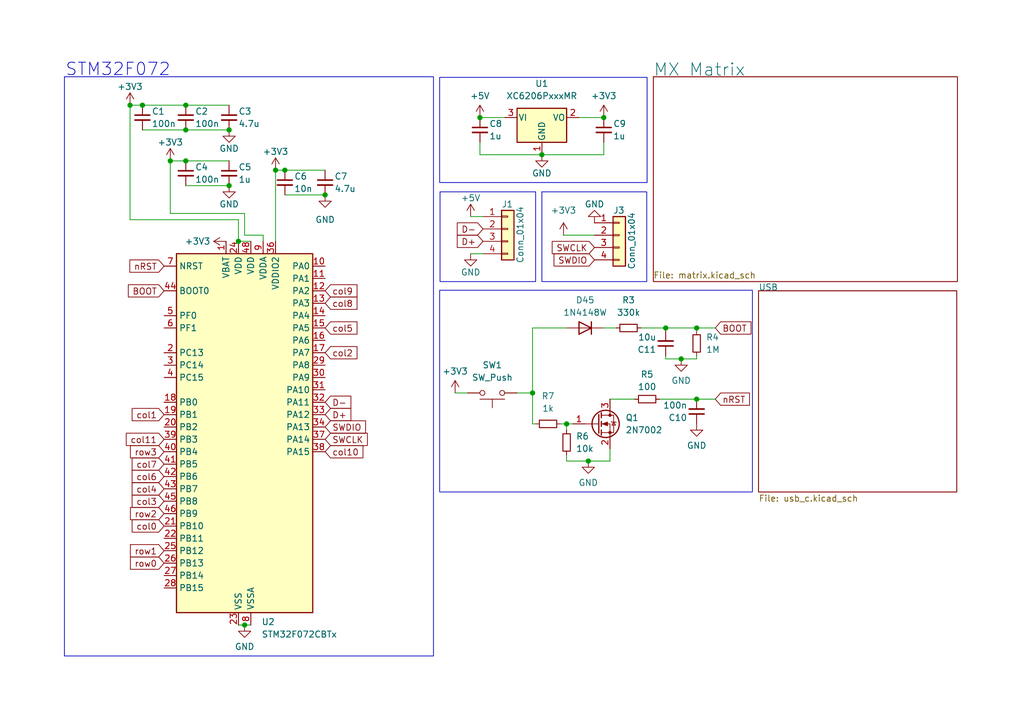
<source format=kicad_sch>
(kicad_sch (version 20231120) (generator "eeschema") (generator_version "8.0")
  (paper "A5")
  (lib_symbols
    (symbol "+3V3_1" (power) (pin_numbers hide) (pin_names (offset 0) hide)
      (property "Value" "+3V3" (at 0 3.556 0))
      (symbol "+3V3_1_0_1"
        (polyline (pts (xy -0.762 1.27) (xy 0 2.54)))
        (polyline (pts (xy 0 0) (xy 0 2.54)))
        (polyline (pts (xy 0 2.54) (xy 0.762 1.27)))
      )
      (symbol "+3V3_1_1_1"
        (pin power_in line (at 0 0 90) (length 0) (name "~") (number "1"))
      )
    )
    (symbol "Device:C_Small" (pin_numbers hide) (pin_names (offset 0.254) hide)
      (property "Reference" "C" (at 0.254 1.778 0))
      (property "Value" "C_Small" (at 0.254 -2.032 0))
      (symbol "C_Small_0_1"
        (polyline (pts (xy -1.524 -0.508) (xy 1.524 -0.508)) (stroke (width 0.3302)))
        (polyline (pts (xy -1.524 0.508) (xy 1.524 0.508)) (stroke (width 0.3048)))
      )
      (symbol "C_Small_1_1"
        (pin passive line (at 0 2.54 270) (length 2.032) (name "~") (number "1"))
        (pin passive line (at 0 -2.54 90) (length 2.032) (name "~") (number "2"))
      )
    )
    (symbol "Device:R_Small" (pin_numbers hide) (pin_names (offset 0.254) hide)
      (property "Reference" "R" (at 0.762 0.508 0))
      (property "Value" "R_Small" (at 0.762 -1.016 0))
      (symbol "R_Small_0_1"
        (rectangle (start -0.762 1.778) (end 0.762 -1.778) (stroke (width 0.2032)))
      )
      (symbol "R_Small_1_1"
        (pin passive line (at 0 2.54 270) (length 0.762) (name "~") (number "1"))
        (pin passive line (at 0 -2.54 90) (length 0.762) (name "~") (number "2"))
      )
    )
    (symbol "Diode:1N4148W" (pin_numbers hide) (pin_names hide)
      (property "Reference" "D" (at 0 2.54 0))
      (property "Value" "1N4148W" (at 0 -2.54 0))
      (symbol "1N4148W_0_1"
        (polyline (pts (xy -1.27 1.27) (xy -1.27 -1.27)) (stroke (width 0.254)))
        (polyline (pts (xy 1.27 0) (xy -1.27 0)))
        (polyline (pts (xy 1.27 1.27) (xy 1.27 -1.27) (xy -1.27 0) (xy 1.27 1.27)) (stroke (width 0.254)))
      )
      (symbol "1N4148W_1_1"
        (pin passive line (at -3.81 0 0) (length 2.54) (name "K") (number "1"))
        (pin passive line (at 3.81 0 180) (length 2.54) (name "A") (number "2"))
      )
    )
    (symbol "GND_1" (power) (pin_numbers hide) (pin_names (offset 0) hide)
      (property "Value" "GND" (at 0 -3.81 0))
      (symbol "GND_1_0_1"
        (polyline (pts (xy 0 0) (xy 0 -1.27) (xy 1.27 -1.27) (xy 0 -2.54) (xy -1.27 -1.27) (xy 0 -1.27)))
      )
      (symbol "GND_1_1_1"
        (pin power_in line (at 0 0 270) (length 0) (name "~") (number "1"))
      )
    )
    (symbol "MCU_ST_STM32F0:STM32F072CBTx"
      (property "Reference" "U" (at -12.7 39.37 0))
      (property "Value" "STM32F072CBTx" (at 10.16 39.37 0))
      (symbol "STM32F072CBTx_0_1"
        (rectangle (start -12.7 -35.56) (end 15.24 38.1) (stroke (width 0.254)) (fill (type background)))
      )
      (symbol "STM32F072CBTx_1_1"
        (pin power_in line (at -2.54 40.64 270) (length 2.54) (name "VBAT") (number "1"))
        (pin bidirectional line (at 17.78 35.56 180) (length 2.54) (name "PA0") (number "10"))
        (pin bidirectional line (at 17.78 33.02 180) (length 2.54) (name "PA1") (number "11"))
        (pin bidirectional line (at 17.78 30.48 180) (length 2.54) (name "PA2") (number "12"))
        (pin bidirectional line (at 17.78 27.94 180) (length 2.54) (name "PA3") (number "13"))
        (pin bidirectional line (at 17.78 25.4 180) (length 2.54) (name "PA4") (number "14"))
        (pin bidirectional line (at 17.78 22.86 180) (length 2.54) (name "PA5") (number "15"))
        (pin bidirectional line (at 17.78 20.32 180) (length 2.54) (name "PA6") (number "16"))
        (pin bidirectional line (at 17.78 17.78 180) (length 2.54) (name "PA7") (number "17"))
        (pin bidirectional line (at -15.24 7.62 0) (length 2.54) (name "PB0") (number "18"))
        (pin bidirectional line (at -15.24 5.08 0) (length 2.54) (name "PB1") (number "19"))
        (pin bidirectional line (at -15.24 17.78 0) (length 2.54) (name "PC13") (number "2"))
        (pin bidirectional line (at -15.24 2.54 0) (length 2.54) (name "PB2") (number "20"))
        (pin bidirectional line (at -15.24 -17.78 0) (length 2.54) (name "PB10") (number "21"))
        (pin bidirectional line (at -15.24 -20.32 0) (length 2.54) (name "PB11") (number "22"))
        (pin power_in line (at 0 -38.1 90) (length 2.54) (name "VSS") (number "23"))
        (pin power_in line (at 0 40.64 270) (length 2.54) (name "VDD") (number "24"))
        (pin bidirectional line (at -15.24 -22.86 0) (length 2.54) (name "PB12") (number "25"))
        (pin bidirectional line (at -15.24 -25.4 0) (length 2.54) (name "PB13") (number "26"))
        (pin bidirectional line (at -15.24 -27.94 0) (length 2.54) (name "PB14") (number "27"))
        (pin bidirectional line (at -15.24 -30.48 0) (length 2.54) (name "PB15") (number "28"))
        (pin bidirectional line (at 17.78 15.24 180) (length 2.54) (name "PA8") (number "29"))
        (pin bidirectional line (at -15.24 15.24 0) (length 2.54) (name "PC14") (number "3"))
        (pin bidirectional line (at 17.78 12.7 180) (length 2.54) (name "PA9") (number "30"))
        (pin bidirectional line (at 17.78 10.16 180) (length 2.54) (name "PA10") (number "31"))
        (pin bidirectional line (at 17.78 7.62 180) (length 2.54) (name "PA11") (number "32"))
        (pin bidirectional line (at 17.78 5.08 180) (length 2.54) (name "PA12") (number "33"))
        (pin bidirectional line (at 17.78 2.54 180) (length 2.54) (name "PA13") (number "34"))
        (pin passive line (at 0 -38.1 90) (length 2.54) hide (name "VSS") (number "35"))
        (pin power_in line (at 7.62 40.64 270) (length 2.54) (name "VDDIO2") (number "36"))
        (pin bidirectional line (at 17.78 0 180) (length 2.54) (name "PA14") (number "37"))
        (pin bidirectional line (at 17.78 -2.54 180) (length 2.54) (name "PA15") (number "38"))
        (pin bidirectional line (at -15.24 0 0) (length 2.54) (name "PB3") (number "39"))
        (pin bidirectional line (at -15.24 12.7 0) (length 2.54) (name "PC15") (number "4"))
        (pin bidirectional line (at -15.24 -2.54 0) (length 2.54) (name "PB4") (number "40"))
        (pin bidirectional line (at -15.24 -5.08 0) (length 2.54) (name "PB5") (number "41"))
        (pin bidirectional line (at -15.24 -7.62 0) (length 2.54) (name "PB6") (number "42"))
        (pin bidirectional line (at -15.24 -10.16 0) (length 2.54) (name "PB7") (number "43"))
        (pin input line (at -15.24 30.48 0) (length 2.54) (name "BOOT0") (number "44"))
        (pin bidirectional line (at -15.24 -12.7 0) (length 2.54) (name "PB8") (number "45"))
        (pin bidirectional line (at -15.24 -15.24 0) (length 2.54) (name "PB9") (number "46"))
        (pin passive line (at 0 -38.1 90) (length 2.54) hide (name "VSS") (number "47"))
        (pin power_in line (at 2.54 40.64 270) (length 2.54) (name "VDD") (number "48"))
        (pin bidirectional line (at -15.24 25.4 0) (length 2.54) (name "PF0") (number "5"))
        (pin bidirectional line (at -15.24 22.86 0) (length 2.54) (name "PF1") (number "6"))
        (pin input line (at -15.24 35.56 0) (length 2.54) (name "NRST") (number "7"))
        (pin power_in line (at 2.54 -38.1 90) (length 2.54) (name "VSSA") (number "8"))
        (pin power_in line (at 5.08 40.64 270) (length 2.54) (name "VDDA") (number "9"))
      )
    )
    (symbol "Regulator_Linear:XC6206PxxxMR" (pin_names (offset 0.254))
      (property "Reference" "U" (at -3.81 3.175 0))
      (property "Value" "XC6206PxxxMR" (at 0 3.175 0))
      (symbol "XC6206PxxxMR_0_1"
        (rectangle (start -5.08 1.905) (end 5.08 -5.08) (stroke (width 0.254)) (fill (type background)))
      )
      (symbol "XC6206PxxxMR_1_1"
        (pin power_in line (at 0 -7.62 90) (length 2.54) (name "GND") (number "1"))
        (pin power_out line (at 7.62 0 180) (length 2.54) (name "VO") (number "2"))
        (pin power_in line (at -7.62 0 0) (length 2.54) (name "VI") (number "3"))
      )
    )
    (symbol "Switch:SW_Push" (pin_numbers hide) (pin_names (offset 1.016) hide)
      (property "Reference" "SW" (at 1.27 2.54 0))
      (property "Value" "SW_Push" (at 0 -1.524 0))
      (symbol "SW_Push_0_1"
        (circle (center -2.032 0) (radius 0.508))
        (polyline (pts (xy 0 1.27) (xy 0 3.048)))
        (polyline (pts (xy 2.54 1.27) (xy -2.54 1.27)))
        (circle (center 2.032 0) (radius 0.508))
        (pin passive line (at -5.08 0 0) (length 2.54) (name "1") (number "1"))
        (pin passive line (at 5.08 0 180) (length 2.54) (name "2") (number "2"))
      )
    )
    (symbol "Transistor_FET:2N7002" (pin_names hide)
      (property "Reference" "Q" (at 5.08 1.905 0))
      (property "Value" "2N7002" (at 5.08 0 0))
      (symbol "2N7002_0_1"
        (polyline (pts (xy 0.254 0) (xy -2.54 0)))
        (polyline (pts (xy 0.254 1.905) (xy 0.254 -1.905)) (stroke (width 0.254)))
        (polyline (pts (xy 0.762 -1.27) (xy 0.762 -2.286)) (stroke (width 0.254)))
        (polyline (pts (xy 0.762 0.508) (xy 0.762 -0.508)) (stroke (width 0.254)))
        (polyline (pts (xy 0.762 2.286) (xy 0.762 1.27)) (stroke (width 0.254)))
        (polyline (pts (xy 2.54 2.54) (xy 2.54 1.778)))
        (polyline (pts (xy 2.54 -2.54) (xy 2.54 0) (xy 0.762 0)))
        (polyline (pts (xy 0.762 -1.778) (xy 3.302 -1.778) (xy 3.302 1.778) (xy 0.762 1.778)))
        (polyline (pts (xy 1.016 0) (xy 2.032 0.381) (xy 2.032 -0.381) (xy 1.016 0)) (fill (type outline)))
        (polyline (pts (xy 2.794 0.508) (xy 2.921 0.381) (xy 3.683 0.381) (xy 3.81 0.254)))
        (polyline (pts (xy 3.302 0.381) (xy 2.921 -0.254) (xy 3.683 -0.254) (xy 3.302 0.381)))
        (circle (center 1.651 0) (radius 2.794) (stroke (width 0.254)))
        (circle (center 2.54 -1.778) (radius 0.254) (fill (type outline)))
        (circle (center 2.54 1.778) (radius 0.254) (fill (type outline)))
      )
      (symbol "2N7002_1_1"
        (pin input line (at -5.08 0 0) (length 2.54) (name "G") (number "1"))
        (pin passive line (at 2.54 -5.08 90) (length 2.54) (name "S") (number "2"))
        (pin passive line (at 2.54 5.08 270) (length 2.54) (name "D") (number "3"))
      )
    )
    (symbol "ark40:Conn_01x04" (pin_names (offset 1.016) hide)
      (property "Reference" "J" (at 0 5.08 0))
      (property "Value" "Conn_01x04" (at 0 -7.62 0))
      (symbol "Conn_01x04_1_1"
        (rectangle (start -1.27 -4.953) (end 0 -5.207) (stroke (width 0.1524)))
        (rectangle (start -1.27 -2.413) (end 0 -2.667) (stroke (width 0.1524)))
        (rectangle (start -1.27 0.127) (end 0 -0.127) (stroke (width 0.1524)))
        (rectangle (start -1.27 2.667) (end 0 2.413) (stroke (width 0.1524)))
        (rectangle (start -1.27 3.81) (end 1.27 -6.35) (stroke (width 0.254)) (fill (type background)))
        (pin passive line (at -5.08 2.54 0) (length 3.81) (name "Pin_1") (number "1"))
        (pin passive line (at -5.08 0 0) (length 3.81) (name "Pin_2") (number "2"))
        (pin passive line (at -5.08 -2.54 0) (length 3.81) (name "Pin_3") (number "3"))
        (pin passive line (at -5.08 -5.08 0) (length 3.81) (name "Pin_4") (number "4"))
      )
    )
    (symbol "power:+3V3" (power) (pin_names (offset 0))
      (property "Value" "+3V3" (at 0 3.556 0))
      (symbol "+3V3_0_1"
        (polyline (pts (xy -0.762 1.27) (xy 0 2.54)))
        (polyline (pts (xy 0 0) (xy 0 2.54)))
        (polyline (pts (xy 0 2.54) (xy 0.762 1.27)))
      )
      (symbol "+3V3_1_1"
        (pin power_in line (at 0 0 90) (length 0) hide (name "+3V3") (number "1"))
      )
    )
    (symbol "power:+5V" (power) (pin_names (offset 0))
      (property "Value" "+5V" (at 0 3.556 0))
      (symbol "+5V_0_1"
        (polyline (pts (xy -0.762 1.27) (xy 0 2.54)))
        (polyline (pts (xy 0 0) (xy 0 2.54)))
        (polyline (pts (xy 0 2.54) (xy 0.762 1.27)))
      )
      (symbol "+5V_1_1"
        (pin power_in line (at 0 0 90) (length 0) hide (name "+5V") (number "1"))
      )
    )
    (symbol "power:GND" (power) (pin_names (offset 0))
      (property "Value" "GND" (at 0 -3.81 0))
      (symbol "GND_0_1"
        (polyline (pts (xy 0 0) (xy 0 -1.27) (xy 1.27 -1.27) (xy 0 -2.54) (xy -1.27 -1.27) (xy 0 -1.27)))
      )
      (symbol "GND_1_1"
        (pin power_in line (at 0 0 270) (length 0) hide (name "GND") (number "1"))
      )
    )
  )
  (junction (at 58.42 34.925))
  (junction (at 142.875 67.31))
  (junction (at 34.925 33.02))
  (junction (at 109.22 80.645))
  (junction (at 46.99 26.67))
  (junction (at 116.205 86.995))
  (junction (at 142.875 81.915))
  (junction (at 139.7 73.66))
  (junction (at 38.1 26.67))
  (junction (at 123.825 24.13))
  (junction (at 38.1 21.59))
  (junction (at 98.425 24.13))
  (junction (at 26.67 21.59))
  (junction (at 38.1 33.02))
  (junction (at 56.515 34.925))
  (junction (at 29.21 21.59))
  (junction (at 111.125 31.75))
  (junction (at 46.99 38.1))
  (junction (at 136.525 67.31))
  (junction (at 50.165 128.27))
  (junction (at 48.895 49.53))
  (junction (at 120.65 94.615))
  (junction (at 66.675 40.005))
  (wire (pts (xy 125.095 94.615) (xy 125.095 92.075)))
  (wire (pts (xy 123.825 31.75) (xy 111.125 31.75)))
  (wire (pts (xy 111.125 31.75) (xy 98.425 31.75)))
  (wire (pts (xy 115.57 48.26) (xy 121.92 48.26)))
  (wire (pts (xy 136.525 67.31) (xy 142.875 67.31)))
  (wire (pts (xy 136.525 73.025) (xy 136.525 73.66)))
  (wire (pts (xy 135.255 81.915) (xy 142.875 81.915)))
  (wire (pts (xy 109.22 80.645) (xy 106.045 80.645)))
  (wire (pts (xy 26.67 21.59) (xy 29.21 21.59)))
  (wire (pts (xy 116.205 67.31) (xy 109.22 67.31)))
  (wire (pts (xy 34.925 33.02) (xy 34.925 43.815)))
  (wire (pts (xy 136.525 73.66) (xy 139.7 73.66)))
  (wire (pts (xy 142.875 73.66) (xy 142.875 73.025)))
  (wire (pts (xy 136.525 67.945) (xy 136.525 67.31)))
  (wire (pts (xy 116.205 93.345) (xy 116.205 94.615)))
  (wire (pts (xy 48.895 128.27) (xy 50.165 128.27)))
  (wire (pts (xy 118.745 24.13) (xy 123.825 24.13)))
  (wire (pts (xy 26.67 21.59) (xy 26.67 45.085)))
  (wire (pts (xy 123.825 67.31) (xy 126.365 67.31)))
  (wire (pts (xy 98.425 24.13) (xy 103.505 24.13)))
  (wire (pts (xy 120.65 94.615) (xy 116.205 94.615)))
  (wire (pts (xy 120.65 94.615) (xy 125.095 94.615)))
  (wire (pts (xy 29.21 26.67) (xy 38.1 26.67)))
  (wire (pts (xy 109.22 67.31) (xy 109.22 80.645)))
  (wire (pts (xy 123.825 29.21) (xy 123.825 31.75)))
  (wire (pts (xy 53.975 48.26) (xy 50.165 48.26)))
  (wire (pts (xy 50.165 48.26) (xy 50.165 43.815)))
  (wire (pts (xy 58.42 40.005) (xy 66.675 40.005)))
  (wire (pts (xy 142.875 67.945) (xy 142.875 67.31)))
  (wire (pts (xy 38.1 33.02) (xy 46.99 33.02)))
  (wire (pts (xy 99.06 52.07) (xy 96.52 52.07)))
  (wire (pts (xy 125.095 81.915) (xy 130.175 81.915)))
  (wire (pts (xy 109.855 86.995) (xy 109.22 86.995)))
  (wire (pts (xy 142.875 73.66) (xy 139.7 73.66)))
  (wire (pts (xy 117.475 86.995) (xy 116.205 86.995)))
  (wire (pts (xy 34.925 43.815) (xy 50.165 43.815)))
  (wire (pts (xy 109.22 86.995) (xy 109.22 80.645)))
  (wire (pts (xy 53.975 48.26) (xy 53.975 49.53)))
  (wire (pts (xy 48.895 45.085) (xy 26.67 45.085)))
  (wire (pts (xy 48.895 45.085) (xy 48.895 49.53)))
  (wire (pts (xy 96.52 44.45) (xy 99.06 44.45)))
  (wire (pts (xy 29.21 21.59) (xy 38.1 21.59)))
  (wire (pts (xy 142.875 81.915) (xy 146.685 81.915)))
  (wire (pts (xy 56.515 34.925) (xy 56.515 49.53)))
  (wire (pts (xy 93.345 80.645) (xy 95.885 80.645)))
  (wire (pts (xy 114.935 86.995) (xy 116.205 86.995)))
  (wire (pts (xy 142.875 67.31) (xy 146.685 67.31)))
  (wire (pts (xy 98.425 31.75) (xy 98.425 29.21)))
  (wire (pts (xy 38.1 21.59) (xy 46.99 21.59)))
  (wire (pts (xy 131.445 67.31) (xy 136.525 67.31)))
  (wire (pts (xy 34.925 33.02) (xy 38.1 33.02)))
  (wire (pts (xy 116.205 86.995) (xy 116.205 88.265)))
  (wire (pts (xy 48.895 49.53) (xy 51.435 49.53)))
  (wire (pts (xy 38.1 26.67) (xy 46.99 26.67)))
  (wire (pts (xy 50.165 128.27) (xy 51.435 128.27)))
  (wire (pts (xy 56.515 34.925) (xy 58.42 34.925)))
  (wire (pts (xy 38.1 38.1) (xy 46.99 38.1)))
  (wire (pts (xy 58.42 34.925) (xy 66.675 34.925)))
  (rectangle (start 111.125 39.37) (end 132.6388 57.785))
  (rectangle (start 90.2462 39.37) (end 109.855 57.785))
  (rectangle (start 90.17 59.563) (end 154.305 100.965))
  (rectangle (start 90.17 15.875) (end 132.715 37.465))
  (rectangle (start 13.208 15.748) (end 88.9 134.62))
  (text "STM32F072" (at 13.335 15.875 0) (effects (font (size 2.54 2.54)) (justify left bottom)))
  (global_label "D-" (shape input) (at 99.06 46.99 180) (property "Intersheetrefs" "${INTERSHEET_REFS}" (effects (hide yes))))
  (global_label "row2" (shape input) (at 33.655 105.41 180) (property "Intersheetrefs" "${INTERSHEET_REFS}" (effects (hide yes))))
  (global_label "nRST" (shape input) (at 33.655 54.61 180) (property "Intersheetrefs" "${INTERSHEET_REFS}" (effects (hide yes))))
  (global_label "col0" (shape input) (at 33.655 107.95 180) (property "Intersheetrefs" "${INTERSHEET_REFS}" (effects (hide yes))))
  (global_label "row1" (shape input) (at 33.655 113.03 180) (property "Intersheetrefs" "${INTERSHEET_REFS}" (effects (hide yes))))
  (global_label "col5" (shape input) (at 66.675 67.31 0) (property "Intersheetrefs" "${INTERSHEET_REFS}" (effects (hide yes))))
  (global_label "col7" (shape input) (at 33.655 95.25 180) (property "Intersheetrefs" "${INTERSHEET_REFS}" (effects (hide yes))))
  (global_label "col6" (shape input) (at 33.655 97.79 180) (property "Intersheetrefs" "${INTERSHEET_REFS}" (effects (hide yes))))
  (global_label "D+" (shape input) (at 66.675 85.09 0) (property "Intersheetrefs" "${INTERSHEET_REFS}" (effects (hide yes))))
  (global_label "BOOT" (shape input) (at 33.655 59.69 180) (property "Intersheetrefs" "${INTERSHEET_REFS}" (effects (hide yes))))
  (global_label "col4" (shape input) (at 33.655 100.33 180) (property "Intersheetrefs" "${INTERSHEET_REFS}" (effects (hide yes))))
  (global_label "SWDIO" (shape input) (at 66.675 87.63 0) (property "Intersheetrefs" "${INTERSHEET_REFS}" (effects (hide yes))))
  (global_label "row0" (shape input) (at 33.655 115.57 180) (property "Intersheetrefs" "${INTERSHEET_REFS}" (effects (hide yes))))
  (global_label "col10" (shape input) (at 66.675 92.71 0) (property "Intersheetrefs" "${INTERSHEET_REFS}" (effects (hide yes))))
  (global_label "SWCLK" (shape input) (at 121.92 50.8 180) (property "Intersheetrefs" "${INTERSHEET_REFS}" (effects (hide yes))))
  (global_label "D-" (shape input) (at 66.675 82.55 0) (property "Intersheetrefs" "${INTERSHEET_REFS}" (effects (hide yes))))
  (global_label "SWCLK" (shape input) (at 66.675 90.17 0) (property "Intersheetrefs" "${INTERSHEET_REFS}" (effects (hide yes))))
  (global_label "col9" (shape input) (at 66.675 59.69 0) (property "Intersheetrefs" "${INTERSHEET_REFS}" (effects (hide yes))))
  (global_label "BOOT" (shape input) (at 146.685 67.31 0) (property "Intersheetrefs" "${INTERSHEET_REFS}" (effects (hide yes))))
  (global_label "col1" (shape input) (at 33.655 85.09 180) (property "Intersheetrefs" "${INTERSHEET_REFS}" (effects (hide yes))))
  (global_label "row3" (shape input) (at 33.655 92.71 180) (property "Intersheetrefs" "${INTERSHEET_REFS}" (effects (hide yes))))
  (global_label "col3" (shape input) (at 33.655 102.87 180) (property "Intersheetrefs" "${INTERSHEET_REFS}" (effects (hide yes))))
  (global_label "col2" (shape input) (at 66.675 72.39 0) (property "Intersheetrefs" "${INTERSHEET_REFS}" (effects (hide yes))))
  (global_label "col8" (shape input) (at 66.675 62.23 0) (property "Intersheetrefs" "${INTERSHEET_REFS}" (effects (hide yes))))
  (global_label "D+" (shape input) (at 99.06 49.53 180) (property "Intersheetrefs" "${INTERSHEET_REFS}" (effects (hide yes))))
  (global_label "SWDIO" (shape input) (at 121.92 53.34 180) (property "Intersheetrefs" "${INTERSHEET_REFS}" (effects (hide yes))))
  (global_label "col11" (shape input) (at 33.655 90.17 180) (property "Intersheetrefs" "${INTERSHEET_REFS}" (effects (hide yes))))
  (global_label "nRST" (shape input) (at 146.685 81.915 0) (property "Intersheetrefs" "${INTERSHEET_REFS}" (effects (hide yes))))
  (symbol (lib_id "power:GND") (at 111.125 31.75 0) (unit 1)
    (property "Reference" "#PWR012" (effects (hide yes)))
    (property "Value" "GND" (at 111.125 35.56 0))
  )
  (symbol (lib_id "Device:C_Small") (at 142.875 84.455 180) (unit 1)
    (property "Reference" "C10" (at 140.97 85.725 0) (effects (justify left)))
    (property "Value" "100n" (at 140.97 83.185 0) (effects (justify left)))
    (property "Footprint" "Capacitor_SMD:C_0402_1005Metric" (effects (hide yes)))
  )
  (symbol (lib_id "power:+3V3") (at 93.345 80.645 0) (unit 1)
    (property "Reference" "#PWR02" (effects (hide yes)))
    (property "Value" "+3V3" (at 93.345 76.2 0))
  )
  (symbol (lib_id "Switch:SW_Push") (at 100.965 80.645 180) (unit 1)
    (property "Reference" "SW1" (at 100.965 74.93 0))
    (property "Value" "SW_Push" (at 100.965 77.47 0))
    (property "Footprint" "Button_Switch_SMD:SW_Push_1P1T_XKB_TS-1187A" (effects (hide yes)))
  )
  (symbol (lib_id "ark40:Conn_01x04") (at 104.14 46.99 0) (unit 1)
    (property "Reference" "J1" (at 102.87 41.91 0) (effects (justify left)))
    (property "Value" "Conn_01x04" (at 106.68 54.0512 90) (effects (justify left)))
    (property "Footprint" "Connector_JST:JST_SH_SM04B-SRSS-TB_1x04-1MP_P1.00mm_Horizontal" (effects (hide yes)))
  )
  (symbol (lib_id "Device:C_Small") (at 136.525 70.485 180) (unit 1)
    (property "Reference" "C11" (at 134.62 71.755 0) (effects (justify left)))
    (property "Value" "10u" (at 134.62 69.215 0) (effects (justify left)))
    (property "Footprint" "Capacitor_SMD:C_0603_1608Metric" (effects (hide yes)))
  )
  (symbol (lib_id "power:+3V3") (at 34.925 33.02 0) (unit 1)
    (property "Reference" "#PWR05" (effects (hide yes)))
    (property "Value" "+3V3" (at 34.925 29.21 0))
  )
  (symbol (lib_id "power:+3V3") (at 56.515 34.925 0) (unit 1)
    (property "Reference" "#PWR06" (effects (hide yes)))
    (property "Value" "+3V3" (at 56.515 31.115 0))
  )
  (symbol (lib_id "Device:R_Small") (at 142.875 70.485 180) (unit 1)
    (property "Reference" "R4" (at 144.78 69.2149 0) (effects (justify right)))
    (property "Value" "1M" (at 144.78 71.7549 0) (effects (justify right)))
    (property "Footprint" "Resistor_SMD:R_0805_2012Metric" (effects (hide yes)))
  )
  (symbol (lib_id "power:+5V") (at 96.52 44.45 0) (unit 1)
    (property "Reference" "#PWR014" (effects (hide yes)))
    (property "Value" "+5V" (at 96.52 40.64 0))
  )
  (symbol (lib_id "power:GND") (at 66.675 40.005 0) (unit 1)
    (property "Reference" "#PWR08" (effects (hide yes)))
    (property "Value" "GND" (at 66.675 45.085 0))
  )
  (symbol (lib_id "power:GND") (at 46.99 38.1 0) (unit 1)
    (property "Reference" "#PWR07" (effects (hide yes)))
    (property "Value" "GND" (at 46.99 41.91 0))
  )
  (symbol (lib_id "Device:C_Small") (at 38.1 24.13 0) (unit 1)
    (property "Reference" "C2" (at 40.005 22.86 0) (effects (justify left)))
    (property "Value" "100n" (at 40.005 25.4 0) (effects (justify left)))
    (property "Footprint" "Capacitor_SMD:C_0402_1005Metric" (effects (hide yes)))
  )
  (symbol (lib_id "Device:C_Small") (at 29.21 24.13 0) (unit 1)
    (property "Reference" "C1" (at 31.115 22.86 0) (effects (justify left)))
    (property "Value" "100n" (at 31.115 25.4 0) (effects (justify left)))
    (property "Footprint" "Capacitor_SMD:C_0402_1005Metric" (effects (hide yes)))
  )
  (symbol (lib_id "Device:C_Small") (at 38.1 35.56 0) (unit 1)
    (property "Reference" "C4" (at 40.005 34.29 0) (effects (justify left)))
    (property "Value" "100n" (at 40.005 36.83 0) (effects (justify left)))
    (property "Footprint" "Capacitor_SMD:C_0402_1005Metric" (effects (hide yes)))
  )
  (symbol (lib_id "Device:R_Small") (at 112.395 86.995 270) (unit 1)
    (property "Reference" "R7" (at 112.395 81.28 90))
    (property "Value" "1k" (at 112.395 83.82 90))
    (property "Footprint" "Resistor_SMD:R_0603_1608Metric" (effects (hide yes)))
  )
  (symbol (lib_id "Device:R_Small") (at 132.715 81.915 270) (unit 1)
    (property "Reference" "R5" (at 132.715 76.835 90))
    (property "Value" "100" (at 132.715 79.375 90))
    (property "Footprint" "Resistor_SMD:R_0402_1005Metric_Pad0.72x0.64mm_HandSolder" (effects (hide yes)))
    (property "Optional" "True" (effects (hide yes)))
  )
  (symbol (lib_id "Device:R_Small") (at 128.905 67.31 270) (unit 1)
    (property "Reference" "R3" (at 128.905 61.595 90))
    (property "Value" "330k" (at 128.905 64.135 90))
    (property "Footprint" "Resistor_SMD:R_0805_2012Metric" (effects (hide yes)))
  )
  (symbol (lib_id "Device:C_Small") (at 123.825 26.67 0) (unit 1)
    (property "Reference" "C9" (at 125.73 25.4 0) (effects (justify left)))
    (property "Value" "1u" (at 125.73 27.94 0) (effects (justify left)))
    (property "Footprint" "Capacitor_SMD:C_0603_1608Metric" (effects (hide yes)))
  )
  (symbol (lib_id "Device:C_Small") (at 66.675 37.465 0) (unit 1)
    (property "Reference" "C7" (at 68.58 36.195 0) (effects (justify left)))
    (property "Value" "4.7u" (at 68.58 38.735 0) (effects (justify left)))
    (property "Footprint" "Capacitor_SMD:C_0603_1608Metric" (effects (hide yes)))
  )
  (symbol (lib_id "power:+5V") (at 98.425 24.13 0) (unit 1)
    (property "Reference" "#PWR09" (effects (hide yes)))
    (property "Value" "+5V" (at 98.425 19.685 0))
  )
  (symbol (lib_id "Regulator_Linear:XC6206PxxxMR") (at 111.125 24.13 0) (unit 1)
    (property "Reference" "U1" (at 111.125 17.145 0))
    (property "Value" "XC6206PxxxMR" (at 111.125 19.685 0))
    (property "Footprint" "Package_TO_SOT_SMD:SOT-23-3" (effects (hide yes)))
    (property "Datasheet" "https://www.torexsemi.com/file/xc6206/XC6206.pdf" (effects (hide yes)))
  )
  (symbol (lib_id "ark40:Conn_01x04") (at 127 48.26 0) (unit 1)
    (property "Reference" "J3" (at 125.73 43.18 0) (effects (justify left)))
    (property "Value" "Conn_01x04" (at 129.54 55.3212 90) (effects (justify left)))
    (property "Footprint" "Connector_PinHeader_1.27mm:PinHeader_2x02_P1.27mm_Vertical" (effects (hide yes)))
  )
  (symbol (lib_id "Device:R_Small") (at 116.205 90.805 180) (unit 1)
    (property "Reference" "R6" (at 118.11 89.5349 0) (effects (justify right)))
    (property "Value" "10k" (at 118.11 92.0749 0) (effects (justify right)))
    (property "Footprint" "Resistor_SMD:R_0603_1608Metric_Pad0.98x0.95mm_HandSolder" (effects (hide yes)))
    (property "Optional" "True" (effects (hide yes)))
  )
  (symbol (lib_id "power:GND") (at 96.52 52.07 0) (unit 1)
    (property "Reference" "#PWR015" (effects (hide yes)))
    (property "Value" "GND" (at 96.52 55.88 0))
  )
  (symbol (lib_id "Device:C_Small") (at 46.99 24.13 0) (unit 1)
    (property "Reference" "C3" (at 48.895 22.86 0) (effects (justify left)))
    (property "Value" "4.7u" (at 48.895 25.4 0) (effects (justify left)))
    (property "Footprint" "Capacitor_SMD:C_0603_1608Metric" (effects (hide yes)))
  )
  (symbol (lib_id "Device:C_Small") (at 58.42 37.465 0) (unit 1)
    (property "Reference" "C6" (at 60.325 36.195 0) (effects (justify left)))
    (property "Value" "10n" (at 60.325 38.735 0) (effects (justify left)))
    (property "Footprint" "Capacitor_SMD:C_0402_1005Metric" (effects (hide yes)))
  )
  (symbol (lib_id "power:+3V3") (at 46.355 49.53 90) (unit 1)
    (property "Reference" "#PWR011" (effects (hide yes)))
    (property "Value" "+3V3" (at 43.18 49.53 90) (effects (justify left)))
  )
  (symbol (lib_name "GND_1") (lib_id "power:GND") (at 121.92 45.72 180) (unit 1)
    (property "Reference" "#PWR018" (effects (hide yes)))
    (property "Value" "GND" (at 121.92 41.91 0))
    (property "Description" "Power symbol creates a global label with name \"GND\" , ground" (effects (hide yes)))
  )
  (symbol (lib_id "power:GND") (at 50.165 128.27 0) (unit 1)
    (property "Reference" "#PWR016" (effects (hide yes)))
    (property "Value" "GND" (at 50.165 132.715 0))
  )
  (symbol (lib_id "power:GND") (at 139.7 73.66 0) (unit 1)
    (property "Reference" "#PWR013" (effects (hide yes)))
    (property "Value" "GND" (at 139.7 78.105 0))
  )
  (symbol (lib_id "power:+3V3") (at 26.67 21.59 0) (unit 1)
    (property "Reference" "#PWR01" (effects (hide yes)))
    (property "Value" "+3V3" (at 26.67 17.78 0))
  )
  (symbol (lib_id "Transistor_FET:2N7002") (at 122.555 86.995 0) (unit 1)
    (property "Reference" "Q1" (at 128.27 85.7249 0) (effects (justify left)))
    (property "Value" "2N7002" (at 128.27 88.2649 0) (effects (justify left)))
    (property "Footprint" "Package_TO_SOT_SMD:SOT-23" (effects (hide yes)))
    (property "Datasheet" "https://www.onsemi.com/pub/Collateral/NDS7002A-D.PDF" (effects (hide yes)))
    (property "Description" "0.115A Id, 60V Vds, N-Channel MOSFET, SOT-23" (effects (hide yes)))
  )
  (symbol (lib_name "+3V3_1") (lib_id "power:+3V3") (at 115.57 48.26 0) (unit 1)
    (property "Reference" "#PWR019" (effects (hide yes)))
    (property "Value" "+3V3" (at 115.57 43.18 0))
    (property "Description" "Power symbol creates a global label with name \"+3V3\"" (effects (hide yes)))
  )
  (symbol (lib_id "power:GND") (at 46.99 26.67 0) (unit 1)
    (property "Reference" "#PWR03" (effects (hide yes)))
    (property "Value" "GND" (at 46.99 30.48 0))
  )
  (symbol (lib_id "MCU_ST_STM32F0:STM32F072CBTx") (at 48.895 90.17 0) (unit 1)
    (property "Reference" "U2" (at 53.6291 127.635 0) (effects (justify left)))
    (property "Value" "STM32F072CBTx" (at 53.6291 130.175 0) (effects (justify left)))
    (property "Footprint" "Package_QFP:LQFP-48_7x7mm_P0.5mm" (effects (hide yes)))
    (property "Datasheet" "https://www.st.com/resource/en/datasheet/stm32f072cb.pdf" (effects (hide yes)))
  )
  (symbol (lib_id "Diode:1N4148W") (at 120.015 67.31 180) (unit 1)
    (property "Reference" "D45" (at 120.015 61.595 0))
    (property "Value" "1N4148W" (at 120.015 64.135 0))
    (property "Footprint" "Diode_SMD:D_SOD-123" (effects (hide yes)))
    (property "Datasheet" "https://www.vishay.com/docs/85748/1n4148w.pdf" (effects (hide yes)))
    (property "Description" "75V 0.15A Fast Switching Diode, SOD-123" (effects (hide yes)))
    (property "Sim.Device" "D" (effects (hide yes)))
    (property "Sim.Pins" "1=K 2=A" (effects (hide yes)))
  )
  (symbol (lib_id "power:+3V3") (at 123.825 24.13 0) (unit 1)
    (property "Reference" "#PWR010" (effects (hide yes)))
    (property "Value" "+3V3" (at 123.825 19.685 0))
  )
  (symbol (lib_id "Device:C_Small") (at 98.425 26.67 0) (unit 1)
    (property "Reference" "C8" (at 100.33 25.4 0) (effects (justify left)))
    (property "Value" "1u" (at 100.33 27.94 0) (effects (justify left)))
    (property "Footprint" "Capacitor_SMD:C_0603_1608Metric" (effects (hide yes)))
  )
  (symbol (lib_id "power:GND") (at 120.65 94.615 0) (unit 1)
    (property "Reference" "#PWR017" (effects (hide yes)))
    (property "Value" "GND" (at 120.65 99.06 0))
  )
  (symbol (lib_id "Device:C_Small") (at 46.99 35.56 0) (unit 1)
    (property "Reference" "C5" (at 48.895 34.29 0) (effects (justify left)))
    (property "Value" "1u" (at 48.895 36.83 0) (effects (justify left)))
    (property "Footprint" "Capacitor_SMD:C_0603_1608Metric" (effects (hide yes)))
  )
  (symbol (lib_id "power:GND") (at 142.875 86.995 0) (unit 1)
    (property "Reference" "#PWR04" (effects (hide yes)))
    (property "Value" "GND" (at 142.875 91.44 0))
  )
  (sheet (at 133.985 15.748) (size 62.357 42.037) (stroke (width 0.1524))
    (property "Sheetname" "MX Matrix" (at 133.985 15.748 0) (effects (font (size 2.54 2.54)) (justify left bottom)))
    (property "Sheetfile" "matrix.kicad_sch" (at 133.985 55.753 0) (effects (justify left top)))
  )
  (sheet (at 155.575 59.69) (size 40.64 41.275) (stroke (width 0.1524))
    (property "Sheetname" "USB" (at 155.575 59.69 0) (effects (justify left bottom)))
    (property "Sheetfile" "usb_c.kicad_sch" (at 155.575 101.5496 0) (effects (justify left top)))
  )
)
</source>
